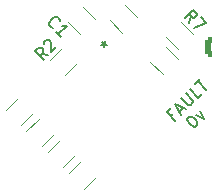
<source format=gbr>
%TF.GenerationSoftware,KiCad,Pcbnew,8.0.6*%
%TF.CreationDate,2024-11-27T15:34:58-05:00*%
%TF.ProjectId,lightboard,6c696768-7462-46f6-9172-642e6b696361,rev?*%
%TF.SameCoordinates,Original*%
%TF.FileFunction,Legend,Top*%
%TF.FilePolarity,Positive*%
%FSLAX46Y46*%
G04 Gerber Fmt 4.6, Leading zero omitted, Abs format (unit mm)*
G04 Created by KiCad (PCBNEW 8.0.6) date 2024-11-27 15:34:58*
%MOMM*%
%LPD*%
G01*
G04 APERTURE LIST*
G04 Aperture macros list*
%AMRoundRect*
0 Rectangle with rounded corners*
0 $1 Rounding radius*
0 $2 $3 $4 $5 $6 $7 $8 $9 X,Y pos of 4 corners*
0 Add a 4 corners polygon primitive as box body*
4,1,4,$2,$3,$4,$5,$6,$7,$8,$9,$2,$3,0*
0 Add four circle primitives for the rounded corners*
1,1,$1+$1,$2,$3*
1,1,$1+$1,$4,$5*
1,1,$1+$1,$6,$7*
1,1,$1+$1,$8,$9*
0 Add four rect primitives between the rounded corners*
20,1,$1+$1,$2,$3,$4,$5,0*
20,1,$1+$1,$4,$5,$6,$7,0*
20,1,$1+$1,$6,$7,$8,$9,0*
20,1,$1+$1,$8,$9,$2,$3,0*%
%AMHorizOval*
0 Thick line with rounded ends*
0 $1 width*
0 $2 $3 position (X,Y) of the first rounded end (center of the circle)*
0 $4 $5 position (X,Y) of the second rounded end (center of the circle)*
0 Add line between two ends*
20,1,$1,$2,$3,$4,$5,0*
0 Add two circle primitives to create the rounded ends*
1,1,$1,$2,$3*
1,1,$1,$4,$5*%
%AMRotRect*
0 Rectangle, with rotation*
0 The origin of the aperture is its center*
0 $1 length*
0 $2 width*
0 $3 Rotation angle, in degrees counterclockwise*
0 Add horizontal line*
21,1,$1,$2,0,0,$3*%
G04 Aperture macros list end*
%ADD10C,0.187500*%
%ADD11C,0.150000*%
%ADD12C,0.120000*%
%ADD13RoundRect,0.250000X-0.662913X-0.220971X-0.220971X-0.662913X0.662913X0.220971X0.220971X0.662913X0*%
%ADD14RoundRect,0.250000X0.106066X-0.954594X0.954594X-0.106066X-0.106066X0.954594X-0.954594X0.106066X0*%
%ADD15HorizOval,1.700000X-0.106066X0.106066X0.106066X-0.106066X0*%
%ADD16RoundRect,0.250000X0.220971X-0.662913X0.662913X-0.220971X-0.220971X0.662913X-0.662913X0.220971X0*%
%ADD17RoundRect,0.250000X0.689429X0.229810X0.229810X0.689429X-0.689429X-0.229810X-0.229810X-0.689429X0*%
%ADD18C,3.200000*%
%ADD19RoundRect,0.250000X-0.220971X0.662913X-0.662913X0.220971X0.220971X-0.662913X0.662913X-0.220971X0*%
%ADD20RotRect,1.500000X1.500000X225.000000*%
%ADD21RotRect,1.500000X1.500000X135.000000*%
%ADD22RoundRect,0.097500X-0.311127X-0.449013X0.449013X0.311127X0.311127X0.449013X-0.449013X-0.311127X0*%
%ADD23RoundRect,0.787500X1.113693X0.000000X0.000000X1.113693X-1.113693X0.000000X0.000000X-1.113693X0*%
%ADD24RoundRect,0.250000X-0.750000X0.600000X-0.750000X-0.600000X0.750000X-0.600000X0.750000X0.600000X0*%
%ADD25O,2.000000X1.700000*%
G04 APERTURE END LIST*
D10*
X193277466Y-95894893D02*
X193041763Y-96130596D01*
X193412153Y-96500985D02*
X192705046Y-95793878D01*
X192705046Y-95793878D02*
X193041763Y-95457161D01*
X193782542Y-95726535D02*
X194119260Y-95389817D01*
X193917229Y-95995909D02*
X193445825Y-95053099D01*
X193445825Y-95053099D02*
X194388634Y-95524504D01*
X193917229Y-94581695D02*
X194489649Y-95154115D01*
X194489649Y-95154115D02*
X194590664Y-95187786D01*
X194590664Y-95187786D02*
X194658008Y-95187786D01*
X194658008Y-95187786D02*
X194759023Y-95154115D01*
X194759023Y-95154115D02*
X194893710Y-95019428D01*
X194893710Y-95019428D02*
X194927382Y-94918412D01*
X194927382Y-94918412D02*
X194927382Y-94851069D01*
X194927382Y-94851069D02*
X194893710Y-94750054D01*
X194893710Y-94750054D02*
X194321290Y-94177634D01*
X195701832Y-94211306D02*
X195365114Y-94548023D01*
X195365114Y-94548023D02*
X194658008Y-93840916D01*
X195129412Y-93369512D02*
X195533473Y-92965451D01*
X196038550Y-93874588D02*
X195331443Y-93167481D01*
X194489733Y-96259191D02*
X194557076Y-96191848D01*
X194557076Y-96191848D02*
X194658092Y-96158176D01*
X194658092Y-96158176D02*
X194725435Y-96158176D01*
X194725435Y-96158176D02*
X194826450Y-96191848D01*
X194826450Y-96191848D02*
X194994809Y-96292863D01*
X194994809Y-96292863D02*
X195163168Y-96461222D01*
X195163168Y-96461222D02*
X195264183Y-96629580D01*
X195264183Y-96629580D02*
X195297855Y-96730596D01*
X195297855Y-96730596D02*
X195297855Y-96797939D01*
X195297855Y-96797939D02*
X195264183Y-96898954D01*
X195264183Y-96898954D02*
X195196840Y-96966298D01*
X195196840Y-96966298D02*
X195095824Y-96999970D01*
X195095824Y-96999970D02*
X195028481Y-96999970D01*
X195028481Y-96999970D02*
X194927466Y-96966298D01*
X194927466Y-96966298D02*
X194759107Y-96865283D01*
X194759107Y-96865283D02*
X194590748Y-96696924D01*
X194590748Y-96696924D02*
X194489733Y-96528565D01*
X194489733Y-96528565D02*
X194456061Y-96427550D01*
X194456061Y-96427550D02*
X194456061Y-96360206D01*
X194456061Y-96360206D02*
X194489733Y-96259191D01*
X195196840Y-96023489D02*
X195836603Y-96326535D01*
X195836603Y-96326535D02*
X195533557Y-95686771D01*
D11*
X183127887Y-88636411D02*
X183060543Y-88636411D01*
X183060543Y-88636411D02*
X182925856Y-88569067D01*
X182925856Y-88569067D02*
X182858513Y-88501724D01*
X182858513Y-88501724D02*
X182791169Y-88367037D01*
X182791169Y-88367037D02*
X182791169Y-88232350D01*
X182791169Y-88232350D02*
X182824841Y-88131335D01*
X182824841Y-88131335D02*
X182925856Y-87962976D01*
X182925856Y-87962976D02*
X183026871Y-87861961D01*
X183026871Y-87861961D02*
X183195230Y-87760945D01*
X183195230Y-87760945D02*
X183296245Y-87727274D01*
X183296245Y-87727274D02*
X183430932Y-87727274D01*
X183430932Y-87727274D02*
X183565619Y-87794617D01*
X183565619Y-87794617D02*
X183632963Y-87861961D01*
X183632963Y-87861961D02*
X183700306Y-87996648D01*
X183700306Y-87996648D02*
X183700306Y-88063991D01*
X183733978Y-89377189D02*
X183329917Y-88973128D01*
X183531948Y-89175159D02*
X184239054Y-88468052D01*
X184239054Y-88468052D02*
X184070696Y-88501724D01*
X184070696Y-88501724D02*
X183936009Y-88501724D01*
X183936009Y-88501724D02*
X183834993Y-88468052D01*
X194647477Y-88216820D02*
X194748492Y-87644401D01*
X194243416Y-87812759D02*
X194950523Y-87105653D01*
X194950523Y-87105653D02*
X195219897Y-87375027D01*
X195219897Y-87375027D02*
X195253569Y-87476042D01*
X195253569Y-87476042D02*
X195253569Y-87543385D01*
X195253569Y-87543385D02*
X195219897Y-87644401D01*
X195219897Y-87644401D02*
X195118882Y-87745416D01*
X195118882Y-87745416D02*
X195017866Y-87779088D01*
X195017866Y-87779088D02*
X194950523Y-87779088D01*
X194950523Y-87779088D02*
X194849508Y-87745416D01*
X194849508Y-87745416D02*
X194580134Y-87476042D01*
X195590286Y-87745416D02*
X196061691Y-88216820D01*
X196061691Y-88216820D02*
X195051538Y-88620881D01*
X182703754Y-90939456D02*
X182131335Y-90838441D01*
X182299693Y-91343517D02*
X181592587Y-90636410D01*
X181592587Y-90636410D02*
X181861961Y-90367036D01*
X181861961Y-90367036D02*
X181962976Y-90333364D01*
X181962976Y-90333364D02*
X182030319Y-90333364D01*
X182030319Y-90333364D02*
X182131335Y-90367036D01*
X182131335Y-90367036D02*
X182232350Y-90468051D01*
X182232350Y-90468051D02*
X182266022Y-90569067D01*
X182266022Y-90569067D02*
X182266022Y-90636410D01*
X182266022Y-90636410D02*
X182232350Y-90737425D01*
X182232350Y-90737425D02*
X181962976Y-91006799D01*
X182333365Y-90030319D02*
X182333365Y-89962975D01*
X182333365Y-89962975D02*
X182367037Y-89861960D01*
X182367037Y-89861960D02*
X182535396Y-89693601D01*
X182535396Y-89693601D02*
X182636411Y-89659929D01*
X182636411Y-89659929D02*
X182703754Y-89659929D01*
X182703754Y-89659929D02*
X182804770Y-89693601D01*
X182804770Y-89693601D02*
X182872113Y-89760945D01*
X182872113Y-89760945D02*
X182939457Y-89895632D01*
X182939457Y-89895632D02*
X182939457Y-90703754D01*
X182939457Y-90703754D02*
X183377189Y-90266021D01*
X187224955Y-89858708D02*
X187393314Y-90027067D01*
X187157612Y-90128082D02*
X187393314Y-90027067D01*
X187393314Y-90027067D02*
X187494329Y-89791364D01*
X187426986Y-90262769D02*
X187393314Y-90027067D01*
X187393314Y-90027067D02*
X187629016Y-90060738D01*
D12*
%TO.C,R3*%
X187877955Y-88008035D02*
X188906179Y-89036259D01*
X189164889Y-86721101D02*
X190193113Y-87749325D01*
%TO.C,R6*%
X182642421Y-99170645D02*
X183670645Y-98142421D01*
X183929355Y-100457579D02*
X184957579Y-99429355D01*
%TO.C,C1*%
X185359464Y-89146398D02*
X184353602Y-88140536D01*
X186646398Y-87859464D02*
X185640536Y-86853602D01*
%TO.C,R5*%
X181870645Y-96342421D02*
X180842421Y-97370645D01*
X183157579Y-97629355D02*
X182129355Y-98657579D01*
%TO.C,R8*%
X184442421Y-100970645D02*
X185470645Y-99942421D01*
X185729355Y-102257579D02*
X186757579Y-101229355D01*
%TO.C,R1*%
X191342421Y-91517052D02*
X192370645Y-92545276D01*
X192629355Y-90230118D02*
X193657579Y-91258342D01*
%TO.C,R7*%
X192642421Y-89429355D02*
X193670645Y-90457579D01*
X193929355Y-88142421D02*
X194957579Y-89170645D01*
%TO.C,R2*%
X183870645Y-90342421D02*
X182842421Y-91370645D01*
X185157579Y-91629355D02*
X184129355Y-92657579D01*
%TO.C,R4*%
X179092421Y-95620645D02*
X180120645Y-94592421D01*
X180379355Y-96907579D02*
X181407579Y-95879355D01*
%TD*%
%LPC*%
D13*
%TO.C,R3*%
X188001390Y-86844536D03*
X190069678Y-88912824D03*
%TD*%
D14*
%TO.C,J2*%
X181454594Y-85722361D03*
D15*
X183222361Y-83954594D03*
%TD*%
D16*
%TO.C,R6*%
X182765856Y-100334144D03*
X184834144Y-98265856D03*
%TD*%
D17*
%TO.C,C1*%
X186542983Y-89042983D03*
X184457017Y-86957017D03*
%TD*%
D18*
%TO.C,H3*%
X191590000Y-83610000D03*
%TD*%
D19*
%TO.C,R5*%
X183034144Y-96465856D03*
X180965856Y-98534144D03*
%TD*%
D16*
%TO.C,R8*%
X184565856Y-102134144D03*
X186634144Y-100065856D03*
%TD*%
D18*
%TO.C,H2*%
X177380000Y-91820000D03*
%TD*%
D13*
%TO.C,R1*%
X191465856Y-90353553D03*
X193534144Y-92421841D03*
%TD*%
D20*
%TO.C,J3*%
X192100000Y-94600000D03*
%TD*%
D18*
%TO.C,H1*%
X191570000Y-100010000D03*
%TD*%
D21*
%TO.C,J4*%
X196500000Y-95100000D03*
%TD*%
D13*
%TO.C,R7*%
X192765856Y-88265856D03*
X194834144Y-90334144D03*
%TD*%
D19*
%TO.C,R2*%
X185034144Y-90465856D03*
X182965856Y-92534144D03*
%TD*%
D16*
%TO.C,R4*%
X179215856Y-96784144D03*
X181284144Y-94715856D03*
%TD*%
D22*
%TO.C,U1*%
X183873654Y-94454773D03*
X184333274Y-94914393D03*
X184792893Y-95374012D03*
X185252512Y-95833632D03*
X185712132Y-96293251D03*
X186171751Y-96752870D03*
X186631371Y-97212490D03*
D23*
X187267767Y-93889088D03*
D22*
X190619453Y-93224408D03*
X190159833Y-92764788D03*
X189700214Y-92305169D03*
X189240595Y-91845549D03*
X188780975Y-91385930D03*
X188321356Y-90926311D03*
X187861736Y-90466691D03*
%TD*%
D24*
%TO.C,J1*%
X196967500Y-90250000D03*
D25*
X196967500Y-92750000D03*
%TD*%
%LPD*%
M02*

</source>
